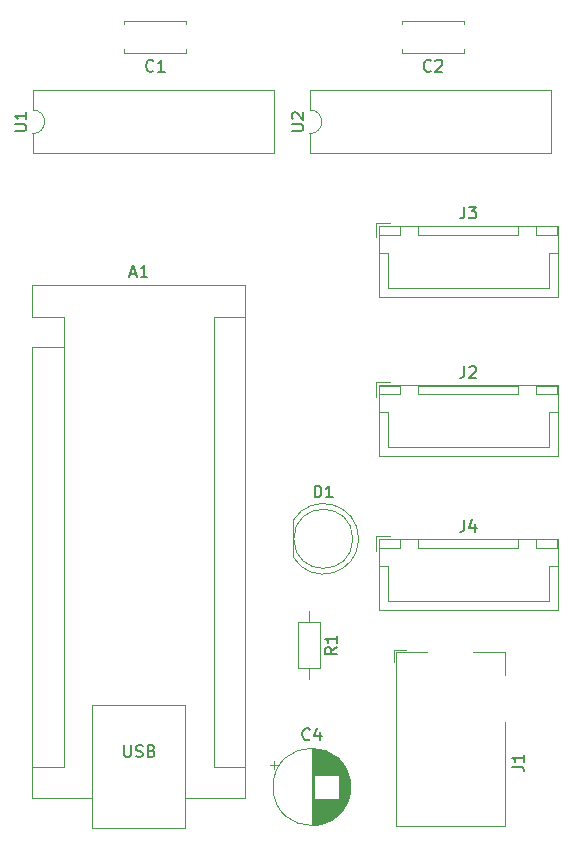
<source format=gbr>
%TF.GenerationSoftware,KiCad,Pcbnew,9.0.0*%
%TF.CreationDate,2025-06-11T13:28:55+03:00*%
%TF.ProjectId,motorControlBoard,6d6f746f-7243-46f6-9e74-726f6c426f61,rev?*%
%TF.SameCoordinates,Original*%
%TF.FileFunction,Legend,Top*%
%TF.FilePolarity,Positive*%
%FSLAX46Y46*%
G04 Gerber Fmt 4.6, Leading zero omitted, Abs format (unit mm)*
G04 Created by KiCad (PCBNEW 9.0.0) date 2025-06-11 13:28:55*
%MOMM*%
%LPD*%
G01*
G04 APERTURE LIST*
%ADD10C,0.150000*%
%ADD11C,0.120000*%
G04 APERTURE END LIST*
D10*
X133991905Y-62494819D02*
X133991905Y-61494819D01*
X133991905Y-61494819D02*
X134230000Y-61494819D01*
X134230000Y-61494819D02*
X134372857Y-61542438D01*
X134372857Y-61542438D02*
X134468095Y-61637676D01*
X134468095Y-61637676D02*
X134515714Y-61732914D01*
X134515714Y-61732914D02*
X134563333Y-61923390D01*
X134563333Y-61923390D02*
X134563333Y-62066247D01*
X134563333Y-62066247D02*
X134515714Y-62256723D01*
X134515714Y-62256723D02*
X134468095Y-62351961D01*
X134468095Y-62351961D02*
X134372857Y-62447200D01*
X134372857Y-62447200D02*
X134230000Y-62494819D01*
X134230000Y-62494819D02*
X133991905Y-62494819D01*
X135515714Y-62494819D02*
X134944286Y-62494819D01*
X135230000Y-62494819D02*
X135230000Y-61494819D01*
X135230000Y-61494819D02*
X135134762Y-61637676D01*
X135134762Y-61637676D02*
X135039524Y-61732914D01*
X135039524Y-61732914D02*
X134944286Y-61780533D01*
X135874819Y-75166666D02*
X135398628Y-75499999D01*
X135874819Y-75738094D02*
X134874819Y-75738094D01*
X134874819Y-75738094D02*
X134874819Y-75357142D01*
X134874819Y-75357142D02*
X134922438Y-75261904D01*
X134922438Y-75261904D02*
X134970057Y-75214285D01*
X134970057Y-75214285D02*
X135065295Y-75166666D01*
X135065295Y-75166666D02*
X135208152Y-75166666D01*
X135208152Y-75166666D02*
X135303390Y-75214285D01*
X135303390Y-75214285D02*
X135351009Y-75261904D01*
X135351009Y-75261904D02*
X135398628Y-75357142D01*
X135398628Y-75357142D02*
X135398628Y-75738094D01*
X135874819Y-74214285D02*
X135874819Y-74785713D01*
X135874819Y-74499999D02*
X134874819Y-74499999D01*
X134874819Y-74499999D02*
X135017676Y-74595237D01*
X135017676Y-74595237D02*
X135112914Y-74690475D01*
X135112914Y-74690475D02*
X135160533Y-74785713D01*
X118405714Y-43539104D02*
X118881904Y-43539104D01*
X118310476Y-43824819D02*
X118643809Y-42824819D01*
X118643809Y-42824819D02*
X118977142Y-43824819D01*
X119834285Y-43824819D02*
X119262857Y-43824819D01*
X119548571Y-43824819D02*
X119548571Y-42824819D01*
X119548571Y-42824819D02*
X119453333Y-42967676D01*
X119453333Y-42967676D02*
X119358095Y-43062914D01*
X119358095Y-43062914D02*
X119262857Y-43110533D01*
X117858095Y-83464819D02*
X117858095Y-84274342D01*
X117858095Y-84274342D02*
X117905714Y-84369580D01*
X117905714Y-84369580D02*
X117953333Y-84417200D01*
X117953333Y-84417200D02*
X118048571Y-84464819D01*
X118048571Y-84464819D02*
X118239047Y-84464819D01*
X118239047Y-84464819D02*
X118334285Y-84417200D01*
X118334285Y-84417200D02*
X118381904Y-84369580D01*
X118381904Y-84369580D02*
X118429523Y-84274342D01*
X118429523Y-84274342D02*
X118429523Y-83464819D01*
X118858095Y-84417200D02*
X119000952Y-84464819D01*
X119000952Y-84464819D02*
X119239047Y-84464819D01*
X119239047Y-84464819D02*
X119334285Y-84417200D01*
X119334285Y-84417200D02*
X119381904Y-84369580D01*
X119381904Y-84369580D02*
X119429523Y-84274342D01*
X119429523Y-84274342D02*
X119429523Y-84179104D01*
X119429523Y-84179104D02*
X119381904Y-84083866D01*
X119381904Y-84083866D02*
X119334285Y-84036247D01*
X119334285Y-84036247D02*
X119239047Y-83988628D01*
X119239047Y-83988628D02*
X119048571Y-83941009D01*
X119048571Y-83941009D02*
X118953333Y-83893390D01*
X118953333Y-83893390D02*
X118905714Y-83845771D01*
X118905714Y-83845771D02*
X118858095Y-83750533D01*
X118858095Y-83750533D02*
X118858095Y-83655295D01*
X118858095Y-83655295D02*
X118905714Y-83560057D01*
X118905714Y-83560057D02*
X118953333Y-83512438D01*
X118953333Y-83512438D02*
X119048571Y-83464819D01*
X119048571Y-83464819D02*
X119286666Y-83464819D01*
X119286666Y-83464819D02*
X119429523Y-83512438D01*
X120191428Y-83941009D02*
X120334285Y-83988628D01*
X120334285Y-83988628D02*
X120381904Y-84036247D01*
X120381904Y-84036247D02*
X120429523Y-84131485D01*
X120429523Y-84131485D02*
X120429523Y-84274342D01*
X120429523Y-84274342D02*
X120381904Y-84369580D01*
X120381904Y-84369580D02*
X120334285Y-84417200D01*
X120334285Y-84417200D02*
X120239047Y-84464819D01*
X120239047Y-84464819D02*
X119858095Y-84464819D01*
X119858095Y-84464819D02*
X119858095Y-83464819D01*
X119858095Y-83464819D02*
X120191428Y-83464819D01*
X120191428Y-83464819D02*
X120286666Y-83512438D01*
X120286666Y-83512438D02*
X120334285Y-83560057D01*
X120334285Y-83560057D02*
X120381904Y-83655295D01*
X120381904Y-83655295D02*
X120381904Y-83750533D01*
X120381904Y-83750533D02*
X120334285Y-83845771D01*
X120334285Y-83845771D02*
X120286666Y-83893390D01*
X120286666Y-83893390D02*
X120191428Y-83941009D01*
X120191428Y-83941009D02*
X119858095Y-83941009D01*
X146666666Y-64404819D02*
X146666666Y-65119104D01*
X146666666Y-65119104D02*
X146619047Y-65261961D01*
X146619047Y-65261961D02*
X146523809Y-65357200D01*
X146523809Y-65357200D02*
X146380952Y-65404819D01*
X146380952Y-65404819D02*
X146285714Y-65404819D01*
X147571428Y-64738152D02*
X147571428Y-65404819D01*
X147333333Y-64357200D02*
X147095238Y-65071485D01*
X147095238Y-65071485D02*
X147714285Y-65071485D01*
X146666666Y-51379819D02*
X146666666Y-52094104D01*
X146666666Y-52094104D02*
X146619047Y-52236961D01*
X146619047Y-52236961D02*
X146523809Y-52332200D01*
X146523809Y-52332200D02*
X146380952Y-52379819D01*
X146380952Y-52379819D02*
X146285714Y-52379819D01*
X147095238Y-51475057D02*
X147142857Y-51427438D01*
X147142857Y-51427438D02*
X147238095Y-51379819D01*
X147238095Y-51379819D02*
X147476190Y-51379819D01*
X147476190Y-51379819D02*
X147571428Y-51427438D01*
X147571428Y-51427438D02*
X147619047Y-51475057D01*
X147619047Y-51475057D02*
X147666666Y-51570295D01*
X147666666Y-51570295D02*
X147666666Y-51665533D01*
X147666666Y-51665533D02*
X147619047Y-51808390D01*
X147619047Y-51808390D02*
X147047619Y-52379819D01*
X147047619Y-52379819D02*
X147666666Y-52379819D01*
X143833333Y-26359580D02*
X143785714Y-26407200D01*
X143785714Y-26407200D02*
X143642857Y-26454819D01*
X143642857Y-26454819D02*
X143547619Y-26454819D01*
X143547619Y-26454819D02*
X143404762Y-26407200D01*
X143404762Y-26407200D02*
X143309524Y-26311961D01*
X143309524Y-26311961D02*
X143261905Y-26216723D01*
X143261905Y-26216723D02*
X143214286Y-26026247D01*
X143214286Y-26026247D02*
X143214286Y-25883390D01*
X143214286Y-25883390D02*
X143261905Y-25692914D01*
X143261905Y-25692914D02*
X143309524Y-25597676D01*
X143309524Y-25597676D02*
X143404762Y-25502438D01*
X143404762Y-25502438D02*
X143547619Y-25454819D01*
X143547619Y-25454819D02*
X143642857Y-25454819D01*
X143642857Y-25454819D02*
X143785714Y-25502438D01*
X143785714Y-25502438D02*
X143833333Y-25550057D01*
X144214286Y-25550057D02*
X144261905Y-25502438D01*
X144261905Y-25502438D02*
X144357143Y-25454819D01*
X144357143Y-25454819D02*
X144595238Y-25454819D01*
X144595238Y-25454819D02*
X144690476Y-25502438D01*
X144690476Y-25502438D02*
X144738095Y-25550057D01*
X144738095Y-25550057D02*
X144785714Y-25645295D01*
X144785714Y-25645295D02*
X144785714Y-25740533D01*
X144785714Y-25740533D02*
X144738095Y-25883390D01*
X144738095Y-25883390D02*
X144166667Y-26454819D01*
X144166667Y-26454819D02*
X144785714Y-26454819D01*
X146666666Y-37879819D02*
X146666666Y-38594104D01*
X146666666Y-38594104D02*
X146619047Y-38736961D01*
X146619047Y-38736961D02*
X146523809Y-38832200D01*
X146523809Y-38832200D02*
X146380952Y-38879819D01*
X146380952Y-38879819D02*
X146285714Y-38879819D01*
X147047619Y-37879819D02*
X147666666Y-37879819D01*
X147666666Y-37879819D02*
X147333333Y-38260771D01*
X147333333Y-38260771D02*
X147476190Y-38260771D01*
X147476190Y-38260771D02*
X147571428Y-38308390D01*
X147571428Y-38308390D02*
X147619047Y-38356009D01*
X147619047Y-38356009D02*
X147666666Y-38451247D01*
X147666666Y-38451247D02*
X147666666Y-38689342D01*
X147666666Y-38689342D02*
X147619047Y-38784580D01*
X147619047Y-38784580D02*
X147571428Y-38832200D01*
X147571428Y-38832200D02*
X147476190Y-38879819D01*
X147476190Y-38879819D02*
X147190476Y-38879819D01*
X147190476Y-38879819D02*
X147095238Y-38832200D01*
X147095238Y-38832200D02*
X147047619Y-38784580D01*
X150704819Y-85283333D02*
X151419104Y-85283333D01*
X151419104Y-85283333D02*
X151561961Y-85330952D01*
X151561961Y-85330952D02*
X151657200Y-85426190D01*
X151657200Y-85426190D02*
X151704819Y-85569047D01*
X151704819Y-85569047D02*
X151704819Y-85664285D01*
X151704819Y-84283333D02*
X151704819Y-84854761D01*
X151704819Y-84569047D02*
X150704819Y-84569047D01*
X150704819Y-84569047D02*
X150847676Y-84664285D01*
X150847676Y-84664285D02*
X150942914Y-84759523D01*
X150942914Y-84759523D02*
X150990533Y-84854761D01*
X108584819Y-31451904D02*
X109394342Y-31451904D01*
X109394342Y-31451904D02*
X109489580Y-31404285D01*
X109489580Y-31404285D02*
X109537200Y-31356666D01*
X109537200Y-31356666D02*
X109584819Y-31261428D01*
X109584819Y-31261428D02*
X109584819Y-31070952D01*
X109584819Y-31070952D02*
X109537200Y-30975714D01*
X109537200Y-30975714D02*
X109489580Y-30928095D01*
X109489580Y-30928095D02*
X109394342Y-30880476D01*
X109394342Y-30880476D02*
X108584819Y-30880476D01*
X109584819Y-29880476D02*
X109584819Y-30451904D01*
X109584819Y-30166190D02*
X108584819Y-30166190D01*
X108584819Y-30166190D02*
X108727676Y-30261428D01*
X108727676Y-30261428D02*
X108822914Y-30356666D01*
X108822914Y-30356666D02*
X108870533Y-30451904D01*
X120333333Y-26359580D02*
X120285714Y-26407200D01*
X120285714Y-26407200D02*
X120142857Y-26454819D01*
X120142857Y-26454819D02*
X120047619Y-26454819D01*
X120047619Y-26454819D02*
X119904762Y-26407200D01*
X119904762Y-26407200D02*
X119809524Y-26311961D01*
X119809524Y-26311961D02*
X119761905Y-26216723D01*
X119761905Y-26216723D02*
X119714286Y-26026247D01*
X119714286Y-26026247D02*
X119714286Y-25883390D01*
X119714286Y-25883390D02*
X119761905Y-25692914D01*
X119761905Y-25692914D02*
X119809524Y-25597676D01*
X119809524Y-25597676D02*
X119904762Y-25502438D01*
X119904762Y-25502438D02*
X120047619Y-25454819D01*
X120047619Y-25454819D02*
X120142857Y-25454819D01*
X120142857Y-25454819D02*
X120285714Y-25502438D01*
X120285714Y-25502438D02*
X120333333Y-25550057D01*
X121285714Y-26454819D02*
X120714286Y-26454819D01*
X121000000Y-26454819D02*
X121000000Y-25454819D01*
X121000000Y-25454819D02*
X120904762Y-25597676D01*
X120904762Y-25597676D02*
X120809524Y-25692914D01*
X120809524Y-25692914D02*
X120714286Y-25740533D01*
X132044819Y-31451904D02*
X132854342Y-31451904D01*
X132854342Y-31451904D02*
X132949580Y-31404285D01*
X132949580Y-31404285D02*
X132997200Y-31356666D01*
X132997200Y-31356666D02*
X133044819Y-31261428D01*
X133044819Y-31261428D02*
X133044819Y-31070952D01*
X133044819Y-31070952D02*
X132997200Y-30975714D01*
X132997200Y-30975714D02*
X132949580Y-30928095D01*
X132949580Y-30928095D02*
X132854342Y-30880476D01*
X132854342Y-30880476D02*
X132044819Y-30880476D01*
X132140057Y-30451904D02*
X132092438Y-30404285D01*
X132092438Y-30404285D02*
X132044819Y-30309047D01*
X132044819Y-30309047D02*
X132044819Y-30070952D01*
X132044819Y-30070952D02*
X132092438Y-29975714D01*
X132092438Y-29975714D02*
X132140057Y-29928095D01*
X132140057Y-29928095D02*
X132235295Y-29880476D01*
X132235295Y-29880476D02*
X132330533Y-29880476D01*
X132330533Y-29880476D02*
X132473390Y-29928095D01*
X132473390Y-29928095D02*
X133044819Y-30499523D01*
X133044819Y-30499523D02*
X133044819Y-29880476D01*
X133583333Y-82959580D02*
X133535714Y-83007200D01*
X133535714Y-83007200D02*
X133392857Y-83054819D01*
X133392857Y-83054819D02*
X133297619Y-83054819D01*
X133297619Y-83054819D02*
X133154762Y-83007200D01*
X133154762Y-83007200D02*
X133059524Y-82911961D01*
X133059524Y-82911961D02*
X133011905Y-82816723D01*
X133011905Y-82816723D02*
X132964286Y-82626247D01*
X132964286Y-82626247D02*
X132964286Y-82483390D01*
X132964286Y-82483390D02*
X133011905Y-82292914D01*
X133011905Y-82292914D02*
X133059524Y-82197676D01*
X133059524Y-82197676D02*
X133154762Y-82102438D01*
X133154762Y-82102438D02*
X133297619Y-82054819D01*
X133297619Y-82054819D02*
X133392857Y-82054819D01*
X133392857Y-82054819D02*
X133535714Y-82102438D01*
X133535714Y-82102438D02*
X133583333Y-82150057D01*
X134440476Y-82388152D02*
X134440476Y-83054819D01*
X134202381Y-82007200D02*
X133964286Y-82721485D01*
X133964286Y-82721485D02*
X134583333Y-82721485D01*
D11*
%TO.C,D1*%
X132170000Y-64455000D02*
X132170000Y-67545000D01*
X132170000Y-64455170D02*
G75*
G02*
X137720000Y-65999952I2560000J-1544830D01*
G01*
X137720000Y-66000048D02*
G75*
G02*
X132170000Y-67544830I-2990000J48D01*
G01*
X137230000Y-66000000D02*
G75*
G02*
X132230000Y-66000000I-2500000J0D01*
G01*
X132230000Y-66000000D02*
G75*
G02*
X137230000Y-66000000I2500000J0D01*
G01*
%TO.C,R1*%
X133500000Y-77870000D02*
X133500000Y-76920000D01*
X132580000Y-76920000D02*
X134420000Y-76920000D01*
X134420000Y-76920000D02*
X134420000Y-73080000D01*
X132580000Y-73080000D02*
X132580000Y-76920000D01*
X134420000Y-73080000D02*
X132580000Y-73080000D01*
X133500000Y-72130000D02*
X133500000Y-73080000D01*
%TO.C,A1*%
X110100000Y-44510000D02*
X110100000Y-47180000D01*
X110100000Y-49720000D02*
X110100000Y-87950000D01*
X110100000Y-87950000D02*
X115180000Y-87950000D01*
X112770000Y-47180000D02*
X110100000Y-47180000D01*
X112770000Y-49720000D02*
X110100000Y-49720000D01*
X112770000Y-49720000D02*
X112770000Y-47180000D01*
X112770000Y-49720000D02*
X112770000Y-85280000D01*
X112770000Y-85280000D02*
X110100000Y-85280000D01*
X115180000Y-80070000D02*
X123060000Y-80070000D01*
X115180000Y-90490000D02*
X115180000Y-80070000D01*
X123060000Y-80070000D02*
X123060000Y-90490000D01*
X123060000Y-90490000D02*
X115180000Y-90490000D01*
X125470000Y-47180000D02*
X125470000Y-85280000D01*
X125470000Y-47180000D02*
X128140000Y-47180000D01*
X125470000Y-85280000D02*
X128140000Y-85280000D01*
X128140000Y-44510000D02*
X110100000Y-44510000D01*
X128140000Y-87950000D02*
X123060000Y-87950000D01*
X128140000Y-87950000D02*
X128140000Y-44510000D01*
%TO.C,J4*%
X139150000Y-65750000D02*
X139150000Y-67000000D01*
X139440000Y-66040000D02*
X139440000Y-72010000D01*
X139440000Y-72010000D02*
X154560000Y-72010000D01*
X139450000Y-66050000D02*
X139450000Y-66800000D01*
X139450000Y-66800000D02*
X141250000Y-66800000D01*
X139450000Y-68300000D02*
X140200000Y-68300000D01*
X140200000Y-68300000D02*
X140200000Y-71250000D01*
X140200000Y-71250000D02*
X147000000Y-71250000D01*
X140400000Y-65750000D02*
X139150000Y-65750000D01*
X141250000Y-66050000D02*
X139450000Y-66050000D01*
X141250000Y-66800000D02*
X141250000Y-66050000D01*
X142750000Y-66050000D02*
X142750000Y-66800000D01*
X142750000Y-66800000D02*
X151250000Y-66800000D01*
X151250000Y-66050000D02*
X142750000Y-66050000D01*
X151250000Y-66800000D02*
X151250000Y-66050000D01*
X152750000Y-66050000D02*
X152750000Y-66800000D01*
X152750000Y-66800000D02*
X154550000Y-66800000D01*
X153800000Y-68300000D02*
X153800000Y-71250000D01*
X153800000Y-71250000D02*
X147000000Y-71250000D01*
X154550000Y-66050000D02*
X152750000Y-66050000D01*
X154550000Y-66800000D02*
X154550000Y-66050000D01*
X154550000Y-68300000D02*
X153800000Y-68300000D01*
X154560000Y-66040000D02*
X139440000Y-66040000D01*
X154560000Y-72010000D02*
X154560000Y-66040000D01*
%TO.C,J2*%
X139150000Y-52725000D02*
X139150000Y-53975000D01*
X139440000Y-53015000D02*
X139440000Y-58985000D01*
X139440000Y-58985000D02*
X154560000Y-58985000D01*
X139450000Y-53025000D02*
X139450000Y-53775000D01*
X139450000Y-53775000D02*
X141250000Y-53775000D01*
X139450000Y-55275000D02*
X140200000Y-55275000D01*
X140200000Y-55275000D02*
X140200000Y-58225000D01*
X140200000Y-58225000D02*
X147000000Y-58225000D01*
X140400000Y-52725000D02*
X139150000Y-52725000D01*
X141250000Y-53025000D02*
X139450000Y-53025000D01*
X141250000Y-53775000D02*
X141250000Y-53025000D01*
X142750000Y-53025000D02*
X142750000Y-53775000D01*
X142750000Y-53775000D02*
X151250000Y-53775000D01*
X151250000Y-53025000D02*
X142750000Y-53025000D01*
X151250000Y-53775000D02*
X151250000Y-53025000D01*
X152750000Y-53025000D02*
X152750000Y-53775000D01*
X152750000Y-53775000D02*
X154550000Y-53775000D01*
X153800000Y-55275000D02*
X153800000Y-58225000D01*
X153800000Y-58225000D02*
X147000000Y-58225000D01*
X154550000Y-53025000D02*
X152750000Y-53025000D01*
X154550000Y-53775000D02*
X154550000Y-53025000D01*
X154550000Y-55275000D02*
X153800000Y-55275000D01*
X154560000Y-53015000D02*
X139440000Y-53015000D01*
X154560000Y-58985000D02*
X154560000Y-53015000D01*
%TO.C,C2*%
X141380000Y-22445000D02*
X141380000Y-22130000D01*
X141380000Y-24870000D02*
X141380000Y-24555000D01*
X146620000Y-22130000D02*
X141380000Y-22130000D01*
X146620000Y-22445000D02*
X146620000Y-22130000D01*
X146620000Y-24870000D02*
X141380000Y-24870000D01*
X146620000Y-24870000D02*
X146620000Y-24555000D01*
%TO.C,J3*%
X139150000Y-39225000D02*
X139150000Y-40475000D01*
X139440000Y-39515000D02*
X139440000Y-45485000D01*
X139440000Y-45485000D02*
X154560000Y-45485000D01*
X139450000Y-39525000D02*
X139450000Y-40275000D01*
X139450000Y-40275000D02*
X141250000Y-40275000D01*
X139450000Y-41775000D02*
X140200000Y-41775000D01*
X140200000Y-41775000D02*
X140200000Y-44725000D01*
X140200000Y-44725000D02*
X147000000Y-44725000D01*
X140400000Y-39225000D02*
X139150000Y-39225000D01*
X141250000Y-39525000D02*
X139450000Y-39525000D01*
X141250000Y-40275000D02*
X141250000Y-39525000D01*
X142750000Y-39525000D02*
X142750000Y-40275000D01*
X142750000Y-40275000D02*
X151250000Y-40275000D01*
X151250000Y-39525000D02*
X142750000Y-39525000D01*
X151250000Y-40275000D02*
X151250000Y-39525000D01*
X152750000Y-39525000D02*
X152750000Y-40275000D01*
X152750000Y-40275000D02*
X154550000Y-40275000D01*
X153800000Y-41775000D02*
X153800000Y-44725000D01*
X153800000Y-44725000D02*
X147000000Y-44725000D01*
X154550000Y-39525000D02*
X152750000Y-39525000D01*
X154550000Y-40275000D02*
X154550000Y-39525000D01*
X154550000Y-41775000D02*
X153800000Y-41775000D01*
X154560000Y-39515000D02*
X139440000Y-39515000D01*
X154560000Y-45485000D02*
X154560000Y-39515000D01*
%TO.C,J1*%
X140700000Y-76450000D02*
X140700000Y-75400000D01*
X140900000Y-75600000D02*
X143500000Y-75600000D01*
X140900000Y-90300000D02*
X140900000Y-75600000D01*
X141750000Y-75400000D02*
X140700000Y-75400000D01*
X147400000Y-75600000D02*
X150100000Y-75600000D01*
X150100000Y-75600000D02*
X150100000Y-77500000D01*
X150100000Y-81500000D02*
X150100000Y-90300000D01*
X150100000Y-90300000D02*
X140900000Y-90300000D01*
%TO.C,U1*%
X110130000Y-28040000D02*
X110130000Y-29690000D01*
X110130000Y-31690000D02*
X110130000Y-33340000D01*
X110130000Y-33340000D02*
X130570000Y-33340000D01*
X130570000Y-28040000D02*
X110130000Y-28040000D01*
X130570000Y-33340000D02*
X130570000Y-28040000D01*
X110130000Y-29690000D02*
G75*
G02*
X110130000Y-31690000I0J-1000000D01*
G01*
%TO.C,C1*%
X117880000Y-22445000D02*
X117880000Y-22130000D01*
X117880000Y-24870000D02*
X117880000Y-24555000D01*
X123120000Y-22130000D02*
X117880000Y-22130000D01*
X123120000Y-22445000D02*
X123120000Y-22130000D01*
X123120000Y-24870000D02*
X117880000Y-24870000D01*
X123120000Y-24870000D02*
X123120000Y-24555000D01*
%TO.C,U2*%
X133590000Y-28040000D02*
X133590000Y-29690000D01*
X133590000Y-31690000D02*
X133590000Y-33340000D01*
X133590000Y-33340000D02*
X154030000Y-33340000D01*
X154030000Y-28040000D02*
X133590000Y-28040000D01*
X154030000Y-33340000D02*
X154030000Y-28040000D01*
X133590000Y-29690000D02*
G75*
G02*
X133590000Y-31690000I0J-1000000D01*
G01*
%TO.C,C4*%
X130249759Y-85161000D02*
X130879759Y-85161000D01*
X130564759Y-84846000D02*
X130564759Y-85476000D01*
X133750000Y-83770000D02*
X133750000Y-90230000D01*
X133790000Y-83770000D02*
X133790000Y-90230000D01*
X133830000Y-83770000D02*
X133830000Y-90230000D01*
X133870000Y-83772000D02*
X133870000Y-90228000D01*
X133910000Y-83773000D02*
X133910000Y-90227000D01*
X133950000Y-83776000D02*
X133950000Y-90224000D01*
X133990000Y-83778000D02*
X133990000Y-85960000D01*
X133990000Y-88040000D02*
X133990000Y-90222000D01*
X134030000Y-83782000D02*
X134030000Y-85960000D01*
X134030000Y-88040000D02*
X134030000Y-90218000D01*
X134070000Y-83785000D02*
X134070000Y-85960000D01*
X134070000Y-88040000D02*
X134070000Y-90215000D01*
X134110000Y-83789000D02*
X134110000Y-85960000D01*
X134110000Y-88040000D02*
X134110000Y-90211000D01*
X134150000Y-83794000D02*
X134150000Y-85960000D01*
X134150000Y-88040000D02*
X134150000Y-90206000D01*
X134190000Y-83799000D02*
X134190000Y-85960000D01*
X134190000Y-88040000D02*
X134190000Y-90201000D01*
X134230000Y-83805000D02*
X134230000Y-85960000D01*
X134230000Y-88040000D02*
X134230000Y-90195000D01*
X134270000Y-83811000D02*
X134270000Y-85960000D01*
X134270000Y-88040000D02*
X134270000Y-90189000D01*
X134310000Y-83818000D02*
X134310000Y-85960000D01*
X134310000Y-88040000D02*
X134310000Y-90182000D01*
X134350000Y-83825000D02*
X134350000Y-85960000D01*
X134350000Y-88040000D02*
X134350000Y-90175000D01*
X134390000Y-83833000D02*
X134390000Y-85960000D01*
X134390000Y-88040000D02*
X134390000Y-90167000D01*
X134430000Y-83841000D02*
X134430000Y-85960000D01*
X134430000Y-88040000D02*
X134430000Y-90159000D01*
X134471000Y-83850000D02*
X134471000Y-85960000D01*
X134471000Y-88040000D02*
X134471000Y-90150000D01*
X134511000Y-83859000D02*
X134511000Y-85960000D01*
X134511000Y-88040000D02*
X134511000Y-90141000D01*
X134551000Y-83869000D02*
X134551000Y-85960000D01*
X134551000Y-88040000D02*
X134551000Y-90131000D01*
X134591000Y-83879000D02*
X134591000Y-85960000D01*
X134591000Y-88040000D02*
X134591000Y-90121000D01*
X134631000Y-83890000D02*
X134631000Y-85960000D01*
X134631000Y-88040000D02*
X134631000Y-90110000D01*
X134671000Y-83902000D02*
X134671000Y-85960000D01*
X134671000Y-88040000D02*
X134671000Y-90098000D01*
X134711000Y-83914000D02*
X134711000Y-85960000D01*
X134711000Y-88040000D02*
X134711000Y-90086000D01*
X134751000Y-83926000D02*
X134751000Y-85960000D01*
X134751000Y-88040000D02*
X134751000Y-90074000D01*
X134791000Y-83939000D02*
X134791000Y-85960000D01*
X134791000Y-88040000D02*
X134791000Y-90061000D01*
X134831000Y-83953000D02*
X134831000Y-85960000D01*
X134831000Y-88040000D02*
X134831000Y-90047000D01*
X134871000Y-83967000D02*
X134871000Y-85960000D01*
X134871000Y-88040000D02*
X134871000Y-90033000D01*
X134911000Y-83982000D02*
X134911000Y-85960000D01*
X134911000Y-88040000D02*
X134911000Y-90018000D01*
X134951000Y-83998000D02*
X134951000Y-85960000D01*
X134951000Y-88040000D02*
X134951000Y-90002000D01*
X134991000Y-84014000D02*
X134991000Y-85960000D01*
X134991000Y-88040000D02*
X134991000Y-89986000D01*
X135031000Y-84030000D02*
X135031000Y-85960000D01*
X135031000Y-88040000D02*
X135031000Y-89970000D01*
X135071000Y-84048000D02*
X135071000Y-85960000D01*
X135071000Y-88040000D02*
X135071000Y-89952000D01*
X135111000Y-84066000D02*
X135111000Y-85960000D01*
X135111000Y-88040000D02*
X135111000Y-89934000D01*
X135151000Y-84084000D02*
X135151000Y-85960000D01*
X135151000Y-88040000D02*
X135151000Y-89916000D01*
X135191000Y-84104000D02*
X135191000Y-85960000D01*
X135191000Y-88040000D02*
X135191000Y-89896000D01*
X135231000Y-84124000D02*
X135231000Y-85960000D01*
X135231000Y-88040000D02*
X135231000Y-89876000D01*
X135271000Y-84144000D02*
X135271000Y-85960000D01*
X135271000Y-88040000D02*
X135271000Y-89856000D01*
X135311000Y-84166000D02*
X135311000Y-85960000D01*
X135311000Y-88040000D02*
X135311000Y-89834000D01*
X135351000Y-84188000D02*
X135351000Y-85960000D01*
X135351000Y-88040000D02*
X135351000Y-89812000D01*
X135391000Y-84210000D02*
X135391000Y-85960000D01*
X135391000Y-88040000D02*
X135391000Y-89790000D01*
X135431000Y-84234000D02*
X135431000Y-85960000D01*
X135431000Y-88040000D02*
X135431000Y-89766000D01*
X135471000Y-84258000D02*
X135471000Y-85960000D01*
X135471000Y-88040000D02*
X135471000Y-89742000D01*
X135511000Y-84284000D02*
X135511000Y-85960000D01*
X135511000Y-88040000D02*
X135511000Y-89716000D01*
X135551000Y-84310000D02*
X135551000Y-85960000D01*
X135551000Y-88040000D02*
X135551000Y-89690000D01*
X135591000Y-84336000D02*
X135591000Y-85960000D01*
X135591000Y-88040000D02*
X135591000Y-89664000D01*
X135631000Y-84364000D02*
X135631000Y-85960000D01*
X135631000Y-88040000D02*
X135631000Y-89636000D01*
X135671000Y-84393000D02*
X135671000Y-85960000D01*
X135671000Y-88040000D02*
X135671000Y-89607000D01*
X135711000Y-84422000D02*
X135711000Y-85960000D01*
X135711000Y-88040000D02*
X135711000Y-89578000D01*
X135751000Y-84452000D02*
X135751000Y-85960000D01*
X135751000Y-88040000D02*
X135751000Y-89548000D01*
X135791000Y-84484000D02*
X135791000Y-85960000D01*
X135791000Y-88040000D02*
X135791000Y-89516000D01*
X135831000Y-84516000D02*
X135831000Y-85960000D01*
X135831000Y-88040000D02*
X135831000Y-89484000D01*
X135871000Y-84550000D02*
X135871000Y-85960000D01*
X135871000Y-88040000D02*
X135871000Y-89450000D01*
X135911000Y-84584000D02*
X135911000Y-85960000D01*
X135911000Y-88040000D02*
X135911000Y-89416000D01*
X135951000Y-84620000D02*
X135951000Y-85960000D01*
X135951000Y-88040000D02*
X135951000Y-89380000D01*
X135991000Y-84657000D02*
X135991000Y-85960000D01*
X135991000Y-88040000D02*
X135991000Y-89343000D01*
X136031000Y-84695000D02*
X136031000Y-85960000D01*
X136031000Y-88040000D02*
X136031000Y-89305000D01*
X136071000Y-84735000D02*
X136071000Y-89265000D01*
X136111000Y-84776000D02*
X136111000Y-89224000D01*
X136151000Y-84818000D02*
X136151000Y-89182000D01*
X136191000Y-84863000D02*
X136191000Y-89137000D01*
X136231000Y-84908000D02*
X136231000Y-89092000D01*
X136271000Y-84956000D02*
X136271000Y-89044000D01*
X136311000Y-85005000D02*
X136311000Y-88995000D01*
X136351000Y-85056000D02*
X136351000Y-88944000D01*
X136391000Y-85110000D02*
X136391000Y-88890000D01*
X136431000Y-85166000D02*
X136431000Y-88834000D01*
X136471000Y-85224000D02*
X136471000Y-88776000D01*
X136511000Y-85286000D02*
X136511000Y-88714000D01*
X136551000Y-85350000D02*
X136551000Y-88650000D01*
X136591000Y-85419000D02*
X136591000Y-88581000D01*
X136631000Y-85491000D02*
X136631000Y-88509000D01*
X136671000Y-85568000D02*
X136671000Y-88432000D01*
X136711000Y-85650000D02*
X136711000Y-88350000D01*
X136751000Y-85738000D02*
X136751000Y-88262000D01*
X136791000Y-85835000D02*
X136791000Y-88165000D01*
X136831000Y-85941000D02*
X136831000Y-88059000D01*
X136871000Y-86060000D02*
X136871000Y-87940000D01*
X136911000Y-86198000D02*
X136911000Y-87802000D01*
X136951000Y-86367000D02*
X136951000Y-87633000D01*
X136991000Y-86598000D02*
X136991000Y-87402000D01*
X137020000Y-87000000D02*
G75*
G02*
X130480000Y-87000000I-3270000J0D01*
G01*
X130480000Y-87000000D02*
G75*
G02*
X137020000Y-87000000I3270000J0D01*
G01*
%TD*%
M02*

</source>
